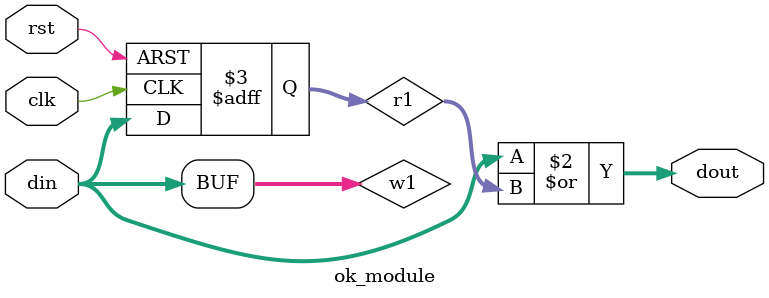
<source format=v>
module ok_module (
    input        clk,
    input        rst,
    input  [7:0] din,
    output [7:0] dout
);
    wire [7:0] w1;
    reg  [7:0] r1;

    assign w1 = din;

    always @(posedge clk or posedge rst) begin
        if (rst)
            r1 <= 8'b0;
        else
            r1 <= din;
    end

    assign dout = w1 | r1;

endmodule

</source>
